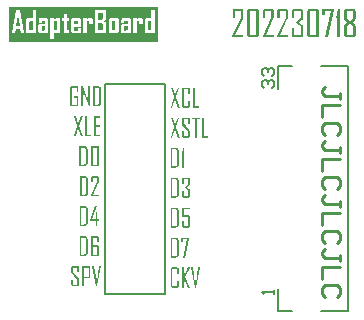
<source format=gto>
G04*
G04 #@! TF.GenerationSoftware,Altium Limited,Altium Designer,21.4.1 (30)*
G04*
G04 Layer_Color=65535*
%FSLAX25Y25*%
%MOIN*%
G70*
G04*
G04 #@! TF.SameCoordinates,6122799F-D76E-4B8B-AD8C-C151083860E1*
G04*
G04*
G04 #@! TF.FilePolarity,Positive*
G04*
G01*
G75*
%ADD10C,0.00787*%
%ADD11C,0.00600*%
%ADD12C,0.01000*%
G36*
X219568Y175859D02*
X219635Y175840D01*
X219712Y175821D01*
X219798Y175783D01*
X219874Y175735D01*
X219951Y175668D01*
X219960Y175659D01*
X219979Y175630D01*
X220018Y175592D01*
X220056Y175534D01*
X220085Y175467D01*
X220123Y175381D01*
X220142Y175276D01*
X220151Y175171D01*
Y172915D01*
Y172905D01*
Y172896D01*
X220142Y172838D01*
X220132Y172762D01*
X220104Y172657D01*
X220065Y172552D01*
X219999Y172427D01*
X219912Y172322D01*
X219798Y172217D01*
X218679Y171433D01*
X219807Y170649D01*
X219826Y170640D01*
X219865Y170601D01*
X219922Y170544D01*
X219989Y170467D01*
X220056Y170362D01*
X220113Y170238D01*
X220151Y170095D01*
X220171Y169932D01*
Y167188D01*
Y167179D01*
Y167140D01*
X220161Y167083D01*
X220142Y167016D01*
X220123Y166930D01*
X220085Y166854D01*
X220037Y166768D01*
X219970Y166691D01*
X219960Y166682D01*
X219932Y166663D01*
X219893Y166634D01*
X219836Y166596D01*
X219769Y166557D01*
X219683Y166529D01*
X219578Y166510D01*
X219473Y166500D01*
X217064D01*
X217006Y166510D01*
X216939Y166529D01*
X216853Y166548D01*
X216777Y166577D01*
X216691Y166624D01*
X216614Y166691D01*
X216605Y166701D01*
X216586Y166729D01*
X216557Y166768D01*
X216519Y166825D01*
X216480Y166902D01*
X216452Y166978D01*
X216433Y167083D01*
X216423Y167188D01*
Y169540D01*
X217255D01*
Y167236D01*
X219329D01*
Y170095D01*
X217675Y171337D01*
Y171519D01*
X219310Y172743D01*
Y175133D01*
X217264D01*
Y173029D01*
X216433D01*
Y175171D01*
Y175180D01*
Y175219D01*
X216442Y175276D01*
X216461Y175353D01*
X216480Y175429D01*
X216509Y175505D01*
X216557Y175592D01*
X216624Y175668D01*
X216633Y175678D01*
X216662Y175697D01*
X216700Y175735D01*
X216758Y175773D01*
X216834Y175802D01*
X216920Y175840D01*
X217016Y175859D01*
X217121Y175869D01*
X219511D01*
X219568Y175859D01*
D02*
G37*
G36*
X237044Y175859D02*
X237111Y175840D01*
X237187Y175821D01*
X237273Y175783D01*
X237350Y175735D01*
X237426Y175668D01*
X237436Y175659D01*
X237455Y175630D01*
X237484Y175592D01*
X237522Y175534D01*
X237560Y175467D01*
X237589Y175381D01*
X237608Y175276D01*
X237618Y175171D01*
Y172552D01*
Y172532D01*
Y172485D01*
X237598Y172408D01*
X237579Y172322D01*
X237541Y172226D01*
X237484Y172121D01*
X237407Y172026D01*
X237302Y171949D01*
X236423Y171395D01*
X237321Y170812D01*
X237331Y170802D01*
X237369Y170773D01*
X237426Y170726D01*
X237484Y170659D01*
X237541Y170573D01*
X237598Y170467D01*
X237637Y170343D01*
X237646Y170200D01*
Y167188D01*
Y167179D01*
Y167140D01*
X237637Y167083D01*
X237618Y167016D01*
X237598Y166930D01*
X237560Y166854D01*
X237512Y166768D01*
X237445Y166691D01*
X237436Y166682D01*
X237407Y166663D01*
X237369Y166634D01*
X237312Y166596D01*
X237235Y166557D01*
X237149Y166529D01*
X237053Y166510D01*
X236948Y166500D01*
X234482D01*
X234424Y166510D01*
X234358Y166529D01*
X234272Y166548D01*
X234195Y166577D01*
X234109Y166624D01*
X234033Y166691D01*
X234023Y166701D01*
X234004Y166729D01*
X233975Y166768D01*
X233937Y166825D01*
X233899Y166902D01*
X233870Y166978D01*
X233851Y167083D01*
X233841Y167188D01*
Y170200D01*
Y170209D01*
Y170219D01*
X233851Y170267D01*
X233860Y170343D01*
X233880Y170429D01*
X233918Y170534D01*
X233966Y170630D01*
X234042Y170726D01*
X234138Y170812D01*
X235055Y171395D01*
X234166Y171949D01*
X234157Y171959D01*
X234119Y171987D01*
X234071Y172035D01*
X234013Y172093D01*
X233956Y172179D01*
X233908Y172284D01*
X233870Y172408D01*
X233860Y172552D01*
Y175171D01*
Y175180D01*
Y175219D01*
X233870Y175276D01*
X233889Y175353D01*
X233908Y175429D01*
X233937Y175505D01*
X233985Y175592D01*
X234052Y175668D01*
X234061Y175678D01*
X234090Y175697D01*
X234128Y175735D01*
X234195Y175773D01*
X234262Y175802D01*
X234348Y175840D01*
X234453Y175859D01*
X234558Y175869D01*
X236987D01*
X237044Y175859D01*
D02*
G37*
G36*
X232302Y166500D02*
X231461D01*
Y173001D01*
X231098D01*
Y173029D01*
X231623Y175869D01*
X232302D01*
Y166500D01*
D02*
G37*
G36*
X230314Y175850D02*
Y175802D01*
Y175725D01*
Y175649D01*
Y175573D01*
Y175496D01*
Y175448D01*
Y175439D01*
Y175429D01*
X228306Y166500D01*
X227484D01*
X229434Y175133D01*
X227436D01*
Y173756D01*
X226604D01*
Y175869D01*
X230314D01*
Y175850D01*
D02*
G37*
G36*
X224826Y175859D02*
X224893Y175840D01*
X224970Y175821D01*
X225056Y175783D01*
X225142Y175735D01*
X225218Y175668D01*
X225228Y175659D01*
X225247Y175630D01*
X225285Y175592D01*
X225323Y175534D01*
X225352Y175467D01*
X225390Y175381D01*
X225409Y175276D01*
X225419Y175171D01*
Y167188D01*
Y167179D01*
Y167140D01*
X225409Y167083D01*
X225390Y167016D01*
X225371Y166930D01*
X225333Y166854D01*
X225285Y166768D01*
X225218Y166691D01*
X225209Y166682D01*
X225180Y166663D01*
X225142Y166634D01*
X225084Y166596D01*
X225008Y166557D01*
X224922Y166529D01*
X224826Y166510D01*
X224721Y166500D01*
X222235D01*
X222178Y166510D01*
X222111Y166529D01*
X222025Y166548D01*
X221949Y166577D01*
X221863Y166624D01*
X221786Y166691D01*
X221777Y166701D01*
X221758Y166729D01*
X221729Y166768D01*
X221691Y166825D01*
X221652Y166902D01*
X221624Y166978D01*
X221605Y167083D01*
X221595Y167188D01*
Y175171D01*
Y175180D01*
Y175219D01*
X221605Y175276D01*
X221624Y175353D01*
X221643Y175429D01*
X221672Y175505D01*
X221719Y175592D01*
X221786Y175668D01*
X221796Y175678D01*
X221824Y175697D01*
X221863Y175735D01*
X221920Y175773D01*
X221996Y175802D01*
X222073Y175840D01*
X222178Y175859D01*
X222283Y175869D01*
X224769D01*
X224826Y175859D01*
D02*
G37*
G36*
X214530D02*
X214607Y175840D01*
X214683Y175821D01*
X214760Y175783D01*
X214846Y175735D01*
X214922Y175668D01*
X214932Y175659D01*
X214951Y175630D01*
X214989Y175592D01*
X215027Y175534D01*
X215056Y175467D01*
X215094Y175381D01*
X215113Y175276D01*
X215123Y175171D01*
Y173211D01*
Y173192D01*
Y173154D01*
X215113Y173077D01*
X215094Y172982D01*
X215066Y172857D01*
X215027Y172724D01*
X214970Y172561D01*
X214893Y172398D01*
X212408Y167236D01*
X215132D01*
Y166500D01*
X211404D01*
Y166940D01*
X214282Y172896D01*
Y175133D01*
X212370D01*
Y173020D01*
X211528D01*
Y175171D01*
Y175180D01*
Y175219D01*
X211538Y175276D01*
X211557Y175353D01*
X211576Y175429D01*
X211605Y175505D01*
X211653Y175592D01*
X211719Y175668D01*
X211729Y175678D01*
X211758Y175697D01*
X211796Y175735D01*
X211853Y175773D01*
X211930Y175802D01*
X212006Y175840D01*
X212111Y175859D01*
X212217Y175869D01*
X214473D01*
X214530Y175859D01*
D02*
G37*
G36*
X209741D02*
X209817Y175840D01*
X209894Y175821D01*
X209970Y175783D01*
X210056Y175735D01*
X210133Y175668D01*
X210142Y175659D01*
X210161Y175630D01*
X210199Y175592D01*
X210238Y175534D01*
X210266Y175467D01*
X210305Y175381D01*
X210324Y175276D01*
X210333Y175171D01*
Y173211D01*
Y173192D01*
Y173154D01*
X210324Y173077D01*
X210305Y172982D01*
X210276Y172857D01*
X210238Y172724D01*
X210180Y172561D01*
X210104Y172398D01*
X207618Y167236D01*
X210343D01*
Y166500D01*
X206614D01*
Y166940D01*
X209492Y172896D01*
Y175133D01*
X207580D01*
Y173020D01*
X206739D01*
Y175171D01*
Y175180D01*
Y175219D01*
X206748Y175276D01*
X206767Y175353D01*
X206787Y175429D01*
X206815Y175505D01*
X206863Y175592D01*
X206930Y175668D01*
X206940Y175678D01*
X206968Y175697D01*
X207006Y175735D01*
X207064Y175773D01*
X207140Y175802D01*
X207217Y175840D01*
X207322Y175859D01*
X207427Y175869D01*
X209683D01*
X209741Y175859D01*
D02*
G37*
G36*
X204750D02*
X204817Y175840D01*
X204894Y175821D01*
X204980Y175783D01*
X205066Y175735D01*
X205142Y175668D01*
X205152Y175659D01*
X205171Y175630D01*
X205209Y175592D01*
X205247Y175534D01*
X205276Y175467D01*
X205314Y175381D01*
X205333Y175276D01*
X205343Y175171D01*
Y167188D01*
Y167179D01*
Y167140D01*
X205333Y167083D01*
X205314Y167016D01*
X205295Y166930D01*
X205257Y166854D01*
X205209Y166768D01*
X205142Y166691D01*
X205133Y166682D01*
X205104Y166663D01*
X205066Y166634D01*
X205008Y166596D01*
X204932Y166557D01*
X204846Y166529D01*
X204750Y166510D01*
X204645Y166500D01*
X202160D01*
X202102Y166510D01*
X202035Y166529D01*
X201949Y166548D01*
X201873Y166577D01*
X201787Y166624D01*
X201710Y166691D01*
X201701Y166701D01*
X201681Y166729D01*
X201653Y166768D01*
X201615Y166825D01*
X201576Y166902D01*
X201548Y166978D01*
X201529Y167083D01*
X201519Y167188D01*
Y175171D01*
Y175180D01*
Y175219D01*
X201529Y175276D01*
X201548Y175353D01*
X201567Y175429D01*
X201595Y175505D01*
X201643Y175592D01*
X201710Y175668D01*
X201720Y175678D01*
X201748Y175697D01*
X201787Y175735D01*
X201844Y175773D01*
X201921Y175802D01*
X201997Y175840D01*
X202102Y175859D01*
X202207Y175869D01*
X204693D01*
X204750Y175859D01*
D02*
G37*
G36*
X199626D02*
X199703Y175840D01*
X199779Y175821D01*
X199856Y175783D01*
X199942Y175735D01*
X200018Y175668D01*
X200028Y175659D01*
X200047Y175630D01*
X200085Y175592D01*
X200123Y175534D01*
X200152Y175467D01*
X200190Y175381D01*
X200209Y175276D01*
X200219Y175171D01*
Y173211D01*
Y173192D01*
Y173154D01*
X200209Y173077D01*
X200190Y172982D01*
X200162Y172857D01*
X200123Y172724D01*
X200066Y172561D01*
X199989Y172398D01*
X197504Y167236D01*
X200228D01*
Y166500D01*
X196500D01*
Y166940D01*
X199378Y172896D01*
Y175133D01*
X197466D01*
Y173020D01*
X196624D01*
Y175171D01*
Y175180D01*
Y175219D01*
X196634Y175276D01*
X196653Y175353D01*
X196672Y175429D01*
X196701Y175505D01*
X196749Y175592D01*
X196816Y175668D01*
X196825Y175678D01*
X196854Y175697D01*
X196892Y175735D01*
X196949Y175773D01*
X197026Y175802D01*
X197102Y175840D01*
X197207Y175859D01*
X197313Y175869D01*
X199569D01*
X199626Y175859D01*
D02*
G37*
G36*
X171627Y165000D02*
X122000D01*
Y176546D01*
X171627D01*
Y165000D01*
D02*
G37*
G36*
X178261Y89707D02*
X178308Y89693D01*
X178363Y89680D01*
X178425Y89652D01*
X178486Y89618D01*
X178541Y89570D01*
X178548Y89564D01*
X178561Y89543D01*
X178589Y89516D01*
X178616Y89475D01*
X178636Y89427D01*
X178664Y89366D01*
X178677Y89290D01*
X178684Y89215D01*
Y87678D01*
X178083D01*
Y89188D01*
X176594D01*
Y83546D01*
X178083D01*
Y85192D01*
X178684D01*
Y83512D01*
Y83505D01*
Y83478D01*
X178677Y83437D01*
X178664Y83389D01*
X178650Y83328D01*
X178623Y83273D01*
X178589Y83212D01*
X178541Y83157D01*
X178534Y83150D01*
X178513Y83137D01*
X178486Y83116D01*
X178445Y83089D01*
X178391Y83061D01*
X178329Y83041D01*
X178261Y83027D01*
X178186Y83021D01*
X176458D01*
X176417Y83027D01*
X176369Y83041D01*
X176307Y83055D01*
X176253Y83075D01*
X176191Y83109D01*
X176137Y83157D01*
X176130Y83164D01*
X176116Y83184D01*
X176096Y83212D01*
X176068Y83253D01*
X176041Y83307D01*
X176021Y83362D01*
X176007Y83437D01*
X176000Y83512D01*
Y89215D01*
Y89222D01*
Y89249D01*
X176007Y89290D01*
X176021Y89345D01*
X176034Y89400D01*
X176055Y89454D01*
X176089Y89516D01*
X176137Y89570D01*
X176143Y89577D01*
X176164Y89591D01*
X176191Y89618D01*
X176232Y89646D01*
X176287Y89666D01*
X176341Y89693D01*
X176417Y89707D01*
X176492Y89714D01*
X178220D01*
X178261Y89707D01*
D02*
G37*
G36*
X182366Y89673D02*
X180849Y86483D01*
X182516Y83021D01*
X181860D01*
X180317Y86231D01*
Y83021D01*
X179722D01*
Y89714D01*
X180317D01*
Y86702D01*
X181717Y89714D01*
X182366D01*
Y89673D01*
D02*
G37*
G36*
X184551Y83000D02*
X183991D01*
X182830Y89714D01*
X183417D01*
X184251Y84373D01*
Y84366D01*
Y84352D01*
Y84318D01*
X184257Y84270D01*
Y84236D01*
Y84188D01*
X184264Y84141D01*
Y84086D01*
X184271Y84018D01*
Y83970D01*
X184278Y84004D01*
Y84052D01*
X184285Y84113D01*
X184292Y84182D01*
X184299Y84270D01*
X184305Y84373D01*
X185138Y89714D01*
X185712D01*
X184551Y83000D01*
D02*
G37*
G36*
X182229Y99680D02*
Y99646D01*
Y99591D01*
Y99536D01*
Y99482D01*
Y99427D01*
Y99393D01*
Y99386D01*
Y99379D01*
X180795Y93000D01*
X180207D01*
X181601Y99168D01*
X180173D01*
Y98184D01*
X179579D01*
Y99693D01*
X182229D01*
Y99680D01*
D02*
G37*
G36*
X177619Y99687D02*
X177666D01*
X177714Y99673D01*
X177837Y99652D01*
X177981Y99611D01*
X178124Y99550D01*
X178199Y99509D01*
X178274Y99468D01*
X178343Y99413D01*
X178411Y99352D01*
X178418Y99345D01*
X178425Y99338D01*
X178445Y99318D01*
X178466Y99290D01*
X178493Y99256D01*
X178520Y99215D01*
X178589Y99113D01*
X178650Y98990D01*
X178705Y98840D01*
X178746Y98669D01*
X178753Y98573D01*
X178759Y98478D01*
Y94209D01*
Y94202D01*
Y94188D01*
Y94161D01*
X178753Y94120D01*
X178746Y94072D01*
X178739Y94024D01*
X178718Y93902D01*
X178671Y93765D01*
X178609Y93615D01*
X178568Y93540D01*
X178520Y93471D01*
X178466Y93403D01*
X178404Y93335D01*
X178397Y93328D01*
X178391Y93321D01*
X178370Y93307D01*
X178343Y93280D01*
X178308Y93260D01*
X178268Y93232D01*
X178165Y93171D01*
X178035Y93109D01*
X177892Y93055D01*
X177721Y93014D01*
X177626Y93007D01*
X177530Y93000D01*
X176000D01*
Y99693D01*
X177585D01*
X177619Y99687D01*
D02*
G37*
G36*
X182325Y109168D02*
X180460D01*
X180392Y107201D01*
X181915D01*
X181956Y107194D01*
X182010Y107187D01*
X182065Y107166D01*
X182120Y107146D01*
X182181Y107112D01*
X182236Y107064D01*
X182243Y107057D01*
X182256Y107036D01*
X182284Y107009D01*
X182311Y106968D01*
X182331Y106920D01*
X182359Y106866D01*
X182372Y106798D01*
X182379Y106722D01*
Y103492D01*
Y103485D01*
Y103458D01*
X182372Y103417D01*
X182359Y103369D01*
X182345Y103307D01*
X182318Y103253D01*
X182284Y103191D01*
X182236Y103137D01*
X182229Y103130D01*
X182209Y103116D01*
X182181Y103096D01*
X182140Y103068D01*
X182092Y103041D01*
X182031Y103021D01*
X181956Y103007D01*
X181881Y103000D01*
X180248D01*
X180207Y103007D01*
X180159Y103021D01*
X180098Y103034D01*
X180043Y103055D01*
X179982Y103089D01*
X179927Y103137D01*
X179920Y103143D01*
X179907Y103164D01*
X179886Y103191D01*
X179859Y103232D01*
X179832Y103287D01*
X179811Y103341D01*
X179797Y103417D01*
X179791Y103492D01*
Y105165D01*
X180385D01*
Y103526D01*
X181785D01*
Y106675D01*
X179811D01*
X179886Y109693D01*
X182325D01*
Y109168D01*
D02*
G37*
G36*
X177619Y109687D02*
X177666D01*
X177714Y109673D01*
X177837Y109652D01*
X177981Y109611D01*
X178124Y109550D01*
X178199Y109509D01*
X178274Y109468D01*
X178343Y109413D01*
X178411Y109352D01*
X178418Y109345D01*
X178425Y109338D01*
X178445Y109318D01*
X178466Y109290D01*
X178493Y109256D01*
X178520Y109215D01*
X178589Y109113D01*
X178650Y108990D01*
X178705Y108840D01*
X178746Y108669D01*
X178753Y108573D01*
X178759Y108478D01*
Y104209D01*
Y104202D01*
Y104188D01*
Y104161D01*
X178753Y104120D01*
X178746Y104072D01*
X178739Y104025D01*
X178718Y103902D01*
X178671Y103765D01*
X178609Y103615D01*
X178568Y103540D01*
X178520Y103471D01*
X178466Y103403D01*
X178404Y103335D01*
X178397Y103328D01*
X178391Y103321D01*
X178370Y103307D01*
X178343Y103280D01*
X178308Y103260D01*
X178268Y103232D01*
X178165Y103171D01*
X178035Y103109D01*
X177892Y103055D01*
X177721Y103014D01*
X177626Y103007D01*
X177530Y103000D01*
X176000D01*
Y109693D01*
X177585D01*
X177619Y109687D01*
D02*
G37*
G36*
X182051Y119687D02*
X182099Y119673D01*
X182154Y119659D01*
X182215Y119632D01*
X182270Y119598D01*
X182325Y119550D01*
X182331Y119543D01*
X182345Y119523D01*
X182372Y119495D01*
X182400Y119454D01*
X182420Y119406D01*
X182448Y119345D01*
X182461Y119270D01*
X182468Y119195D01*
Y117583D01*
Y117576D01*
Y117569D01*
X182461Y117528D01*
X182454Y117474D01*
X182434Y117399D01*
X182406Y117323D01*
X182359Y117235D01*
X182297Y117159D01*
X182215Y117084D01*
X181416Y116524D01*
X182222Y115964D01*
X182236Y115957D01*
X182263Y115930D01*
X182304Y115889D01*
X182352Y115834D01*
X182400Y115759D01*
X182441Y115671D01*
X182468Y115568D01*
X182482Y115452D01*
Y113492D01*
Y113485D01*
Y113458D01*
X182475Y113417D01*
X182461Y113369D01*
X182448Y113307D01*
X182420Y113253D01*
X182386Y113191D01*
X182338Y113137D01*
X182331Y113130D01*
X182311Y113116D01*
X182284Y113096D01*
X182243Y113068D01*
X182195Y113041D01*
X182133Y113021D01*
X182058Y113007D01*
X181983Y113000D01*
X180262D01*
X180221Y113007D01*
X180173Y113021D01*
X180112Y113034D01*
X180057Y113055D01*
X179996Y113089D01*
X179941Y113137D01*
X179934Y113143D01*
X179920Y113164D01*
X179900Y113191D01*
X179873Y113232D01*
X179845Y113287D01*
X179825Y113341D01*
X179811Y113417D01*
X179804Y113492D01*
Y115172D01*
X180398D01*
Y113526D01*
X181881D01*
Y115568D01*
X180699Y116456D01*
Y116586D01*
X181867Y117460D01*
Y119167D01*
X180405D01*
Y117665D01*
X179811D01*
Y119195D01*
Y119202D01*
Y119229D01*
X179818Y119270D01*
X179832Y119325D01*
X179845Y119379D01*
X179866Y119434D01*
X179900Y119495D01*
X179948Y119550D01*
X179955Y119557D01*
X179975Y119571D01*
X180002Y119598D01*
X180043Y119625D01*
X180098Y119646D01*
X180159Y119673D01*
X180228Y119687D01*
X180303Y119693D01*
X182010D01*
X182051Y119687D01*
D02*
G37*
G36*
X177619D02*
X177666D01*
X177714Y119673D01*
X177837Y119652D01*
X177981Y119611D01*
X178124Y119550D01*
X178199Y119509D01*
X178274Y119468D01*
X178343Y119413D01*
X178411Y119352D01*
X178418Y119345D01*
X178425Y119338D01*
X178445Y119318D01*
X178466Y119290D01*
X178493Y119256D01*
X178520Y119215D01*
X178589Y119113D01*
X178650Y118990D01*
X178705Y118840D01*
X178746Y118669D01*
X178753Y118573D01*
X178759Y118478D01*
Y114209D01*
Y114202D01*
Y114188D01*
Y114161D01*
X178753Y114120D01*
X178746Y114072D01*
X178739Y114024D01*
X178718Y113902D01*
X178671Y113765D01*
X178609Y113615D01*
X178568Y113540D01*
X178520Y113471D01*
X178466Y113403D01*
X178404Y113335D01*
X178397Y113328D01*
X178391Y113321D01*
X178370Y113307D01*
X178343Y113280D01*
X178308Y113259D01*
X178268Y113232D01*
X178165Y113171D01*
X178035Y113109D01*
X177892Y113055D01*
X177721Y113014D01*
X177626Y113007D01*
X177530Y113000D01*
X176000D01*
Y119693D01*
X177585D01*
X177619Y119687D01*
D02*
G37*
G36*
X180474Y123000D02*
X179873D01*
Y127644D01*
X179613D01*
Y127665D01*
X179989Y129693D01*
X180474D01*
Y123000D01*
D02*
G37*
G36*
X177619Y129687D02*
X177666D01*
X177714Y129673D01*
X177837Y129652D01*
X177981Y129611D01*
X178124Y129550D01*
X178199Y129509D01*
X178274Y129468D01*
X178343Y129413D01*
X178411Y129352D01*
X178418Y129345D01*
X178425Y129338D01*
X178445Y129318D01*
X178466Y129290D01*
X178493Y129256D01*
X178520Y129215D01*
X178589Y129113D01*
X178650Y128990D01*
X178705Y128840D01*
X178746Y128669D01*
X178753Y128573D01*
X178759Y128478D01*
Y124209D01*
Y124202D01*
Y124188D01*
Y124161D01*
X178753Y124120D01*
X178746Y124072D01*
X178739Y124024D01*
X178718Y123902D01*
X178671Y123765D01*
X178609Y123615D01*
X178568Y123540D01*
X178520Y123471D01*
X178466Y123403D01*
X178404Y123335D01*
X178397Y123328D01*
X178391Y123321D01*
X178370Y123307D01*
X178343Y123280D01*
X178308Y123259D01*
X178268Y123232D01*
X178165Y123171D01*
X178035Y123109D01*
X177892Y123055D01*
X177721Y123014D01*
X177626Y123007D01*
X177530Y123000D01*
X176000D01*
Y129693D01*
X177585D01*
X177619Y129687D01*
D02*
G37*
G36*
X181901Y139687D02*
X181956Y139673D01*
X182010Y139659D01*
X182065Y139632D01*
X182126Y139598D01*
X182181Y139550D01*
X182188Y139543D01*
X182202Y139523D01*
X182229Y139495D01*
X182256Y139454D01*
X182277Y139407D01*
X182304Y139345D01*
X182318Y139270D01*
X182325Y139195D01*
Y137665D01*
X181730D01*
Y139167D01*
X180282D01*
Y137754D01*
X182140Y135520D01*
X182147Y135513D01*
X182167Y135479D01*
X182202Y135432D01*
X182236Y135377D01*
X182263Y135302D01*
X182297Y135213D01*
X182318Y135124D01*
X182325Y135022D01*
Y133492D01*
Y133485D01*
Y133458D01*
X182318Y133417D01*
X182304Y133369D01*
X182290Y133307D01*
X182263Y133253D01*
X182229Y133191D01*
X182181Y133137D01*
X182174Y133130D01*
X182154Y133116D01*
X182126Y133096D01*
X182086Y133068D01*
X182038Y133041D01*
X181976Y133020D01*
X181901Y133007D01*
X181826Y133000D01*
X180146D01*
X180105Y133007D01*
X180057Y133020D01*
X179996Y133034D01*
X179941Y133055D01*
X179879Y133089D01*
X179825Y133137D01*
X179818Y133143D01*
X179804Y133164D01*
X179784Y133191D01*
X179756Y133232D01*
X179729Y133287D01*
X179709Y133342D01*
X179695Y133417D01*
X179688Y133492D01*
Y135172D01*
X180282D01*
Y133526D01*
X181730D01*
Y135117D01*
X179879Y137351D01*
X179873Y137364D01*
X179852Y137392D01*
X179818Y137440D01*
X179784Y137501D01*
X179750Y137576D01*
X179716Y137665D01*
X179695Y137760D01*
X179688Y137863D01*
Y139195D01*
Y139202D01*
Y139229D01*
X179695Y139270D01*
X179709Y139325D01*
X179722Y139379D01*
X179743Y139434D01*
X179777Y139495D01*
X179825Y139550D01*
X179832Y139557D01*
X179852Y139570D01*
X179879Y139598D01*
X179920Y139625D01*
X179975Y139646D01*
X180030Y139673D01*
X180105Y139687D01*
X180180Y139693D01*
X181860D01*
X181901Y139687D01*
D02*
G37*
G36*
X178930D02*
Y139673D01*
Y139659D01*
Y139652D01*
X177817Y136456D01*
X177824Y136449D01*
X177830Y136415D01*
X177844Y136374D01*
X177871Y136306D01*
X177892Y136231D01*
X177926Y136142D01*
X177960Y136032D01*
X178001Y135916D01*
X178049Y135793D01*
X178090Y135657D01*
X178145Y135513D01*
X178192Y135363D01*
X178302Y135056D01*
X178411Y134735D01*
X178520Y134414D01*
X178630Y134100D01*
X178677Y133949D01*
X178725Y133806D01*
X178773Y133669D01*
X178814Y133546D01*
X178855Y133430D01*
X178889Y133321D01*
X178923Y133232D01*
X178951Y133150D01*
X178971Y133089D01*
X178985Y133041D01*
X178998Y133014D01*
Y133000D01*
X178384D01*
X177489Y135746D01*
X176594Y133000D01*
X176000D01*
Y133007D01*
Y133014D01*
Y133027D01*
Y133034D01*
X177195Y136422D01*
Y136429D01*
X177182Y136456D01*
X177168Y136504D01*
X177147Y136558D01*
X177120Y136634D01*
X177093Y136722D01*
X177059Y136818D01*
X177018Y136927D01*
X176977Y137050D01*
X176936Y137180D01*
X176888Y137310D01*
X176840Y137453D01*
X176738Y137747D01*
X176628Y138047D01*
X176526Y138355D01*
X176424Y138648D01*
X176376Y138792D01*
X176328Y138928D01*
X176280Y139051D01*
X176239Y139174D01*
X176205Y139284D01*
X176171Y139386D01*
X176143Y139475D01*
X176116Y139550D01*
X176096Y139605D01*
X176082Y139652D01*
X176068Y139680D01*
Y139693D01*
X176690D01*
X177496Y137153D01*
X178336Y139693D01*
X178930D01*
Y139687D01*
D02*
G37*
G36*
X186969Y133526D02*
X188513D01*
Y133000D01*
X186375D01*
Y139693D01*
X186969D01*
Y133526D01*
D02*
G37*
G36*
X185678Y139167D02*
X184640D01*
Y133000D01*
X184046D01*
Y139167D01*
X183001D01*
Y139693D01*
X185678D01*
Y139167D01*
D02*
G37*
G36*
X181969Y149687D02*
X182017Y149673D01*
X182072Y149659D01*
X182133Y149632D01*
X182195Y149598D01*
X182249Y149550D01*
X182256Y149543D01*
X182270Y149523D01*
X182297Y149495D01*
X182325Y149454D01*
X182345Y149407D01*
X182372Y149345D01*
X182386Y149270D01*
X182393Y149195D01*
Y147658D01*
X181792D01*
Y149168D01*
X180303D01*
Y143526D01*
X181792D01*
Y145172D01*
X182393D01*
Y143492D01*
Y143485D01*
Y143458D01*
X182386Y143417D01*
X182372Y143369D01*
X182359Y143307D01*
X182331Y143253D01*
X182297Y143191D01*
X182249Y143137D01*
X182243Y143130D01*
X182222Y143116D01*
X182195Y143096D01*
X182154Y143068D01*
X182099Y143041D01*
X182038Y143020D01*
X181969Y143007D01*
X181894Y143000D01*
X180166D01*
X180125Y143007D01*
X180078Y143020D01*
X180016Y143034D01*
X179961Y143055D01*
X179900Y143089D01*
X179845Y143137D01*
X179839Y143143D01*
X179825Y143164D01*
X179804Y143191D01*
X179777Y143232D01*
X179750Y143287D01*
X179729Y143342D01*
X179716Y143417D01*
X179709Y143492D01*
Y149195D01*
Y149202D01*
Y149229D01*
X179716Y149270D01*
X179729Y149325D01*
X179743Y149379D01*
X179763Y149434D01*
X179797Y149495D01*
X179845Y149550D01*
X179852Y149557D01*
X179873Y149571D01*
X179900Y149598D01*
X179941Y149625D01*
X179996Y149646D01*
X180050Y149673D01*
X180125Y149687D01*
X180201Y149693D01*
X181928D01*
X181969Y149687D01*
D02*
G37*
G36*
X178930D02*
Y149673D01*
Y149659D01*
Y149652D01*
X177817Y146456D01*
X177824Y146449D01*
X177830Y146415D01*
X177844Y146374D01*
X177871Y146306D01*
X177892Y146231D01*
X177926Y146142D01*
X177960Y146033D01*
X178001Y145916D01*
X178049Y145793D01*
X178090Y145657D01*
X178145Y145513D01*
X178192Y145363D01*
X178302Y145056D01*
X178411Y144735D01*
X178520Y144414D01*
X178630Y144100D01*
X178677Y143949D01*
X178725Y143806D01*
X178773Y143669D01*
X178814Y143546D01*
X178855Y143430D01*
X178889Y143321D01*
X178923Y143232D01*
X178951Y143150D01*
X178971Y143089D01*
X178985Y143041D01*
X178998Y143014D01*
Y143000D01*
X178384D01*
X177489Y145746D01*
X176594Y143000D01*
X176000D01*
Y143007D01*
Y143014D01*
Y143027D01*
Y143034D01*
X177195Y146422D01*
Y146429D01*
X177182Y146456D01*
X177168Y146504D01*
X177147Y146558D01*
X177120Y146634D01*
X177093Y146722D01*
X177059Y146818D01*
X177018Y146927D01*
X176977Y147050D01*
X176936Y147180D01*
X176888Y147310D01*
X176840Y147453D01*
X176738Y147747D01*
X176628Y148047D01*
X176526Y148355D01*
X176424Y148648D01*
X176376Y148792D01*
X176328Y148928D01*
X176280Y149051D01*
X176239Y149174D01*
X176205Y149284D01*
X176171Y149386D01*
X176143Y149475D01*
X176116Y149550D01*
X176096Y149605D01*
X176082Y149652D01*
X176068Y149680D01*
Y149693D01*
X176690D01*
X177496Y147153D01*
X178336Y149693D01*
X178930D01*
Y149687D01*
D02*
G37*
G36*
X184025Y143526D02*
X185569D01*
Y143000D01*
X183431D01*
Y149693D01*
X184025D01*
Y143526D01*
D02*
G37*
G36*
X145090Y90207D02*
X145144Y90193D01*
X145199Y90180D01*
X145254Y90152D01*
X145315Y90118D01*
X145370Y90070D01*
X145377Y90064D01*
X145390Y90043D01*
X145417Y90016D01*
X145445Y89975D01*
X145465Y89927D01*
X145493Y89866D01*
X145506Y89790D01*
X145513Y89715D01*
Y88185D01*
X144919D01*
Y89688D01*
X143471D01*
Y88274D01*
X145329Y86041D01*
X145335Y86034D01*
X145356Y86000D01*
X145390Y85952D01*
X145424Y85897D01*
X145452Y85822D01*
X145486Y85733D01*
X145506Y85645D01*
X145513Y85542D01*
Y84012D01*
Y84005D01*
Y83978D01*
X145506Y83937D01*
X145493Y83889D01*
X145479Y83828D01*
X145452Y83773D01*
X145417Y83712D01*
X145370Y83657D01*
X145363Y83650D01*
X145342Y83637D01*
X145315Y83616D01*
X145274Y83589D01*
X145226Y83561D01*
X145165Y83541D01*
X145090Y83527D01*
X145015Y83521D01*
X143334D01*
X143293Y83527D01*
X143246Y83541D01*
X143184Y83555D01*
X143129Y83575D01*
X143068Y83609D01*
X143013Y83657D01*
X143007Y83664D01*
X142993Y83684D01*
X142972Y83712D01*
X142945Y83753D01*
X142918Y83807D01*
X142897Y83862D01*
X142884Y83937D01*
X142877Y84012D01*
Y85692D01*
X143471D01*
Y84046D01*
X144919D01*
Y85638D01*
X143068Y87871D01*
X143061Y87885D01*
X143041Y87912D01*
X143007Y87960D01*
X142972Y88021D01*
X142938Y88097D01*
X142904Y88185D01*
X142884Y88281D01*
X142877Y88384D01*
Y89715D01*
Y89722D01*
Y89749D01*
X142884Y89790D01*
X142897Y89845D01*
X142911Y89900D01*
X142931Y89954D01*
X142965Y90016D01*
X143013Y90070D01*
X143020Y90077D01*
X143041Y90091D01*
X143068Y90118D01*
X143109Y90146D01*
X143164Y90166D01*
X143218Y90193D01*
X143293Y90207D01*
X143368Y90214D01*
X145049D01*
X145090Y90207D01*
D02*
G37*
G36*
X151605Y83500D02*
X151045D01*
X149884Y90214D01*
X150472D01*
X151305Y84873D01*
Y84866D01*
Y84852D01*
Y84818D01*
X151312Y84770D01*
Y84736D01*
Y84688D01*
X151319Y84641D01*
Y84586D01*
X151326Y84518D01*
Y84470D01*
X151332Y84504D01*
Y84552D01*
X151339Y84613D01*
X151346Y84682D01*
X151353Y84770D01*
X151360Y84873D01*
X152193Y90214D01*
X152767D01*
X151605Y83500D01*
D02*
G37*
G36*
X148785Y90207D02*
X148839Y90193D01*
X148894Y90180D01*
X148949Y90152D01*
X149010Y90118D01*
X149065Y90070D01*
X149072Y90064D01*
X149085Y90043D01*
X149112Y90016D01*
X149140Y89975D01*
X149160Y89927D01*
X149188Y89866D01*
X149201Y89790D01*
X149208Y89715D01*
Y86669D01*
Y86662D01*
Y86635D01*
X149201Y86594D01*
X149188Y86546D01*
X149174Y86485D01*
X149147Y86430D01*
X149112Y86369D01*
X149065Y86314D01*
X149058Y86307D01*
X149037Y86294D01*
X149010Y86273D01*
X148969Y86246D01*
X148921Y86218D01*
X148860Y86198D01*
X148785Y86184D01*
X148710Y86177D01*
X147152D01*
Y83521D01*
X146558D01*
Y90214D01*
X148744D01*
X148785Y90207D01*
D02*
G37*
G36*
X151634Y100187D02*
X151688Y100173D01*
X151743Y100159D01*
X151797Y100132D01*
X151859Y100098D01*
X151914Y100050D01*
X151920Y100043D01*
X151934Y100023D01*
X151961Y99995D01*
X151989Y99954D01*
X152009Y99906D01*
X152036Y99845D01*
X152050Y99770D01*
X152057Y99695D01*
Y98240D01*
X151463D01*
Y99668D01*
X150022D01*
Y97188D01*
X151613D01*
X151654Y97181D01*
X151709Y97168D01*
X151763Y97154D01*
X151818Y97127D01*
X151879Y97093D01*
X151934Y97045D01*
X151941Y97038D01*
X151954Y97017D01*
X151982Y96990D01*
X152009Y96949D01*
X152030Y96901D01*
X152057Y96840D01*
X152071Y96765D01*
X152077Y96690D01*
Y93992D01*
Y93985D01*
Y93958D01*
X152071Y93917D01*
X152057Y93869D01*
X152043Y93807D01*
X152016Y93753D01*
X151982Y93691D01*
X151934Y93637D01*
X151927Y93630D01*
X151907Y93616D01*
X151879Y93596D01*
X151838Y93568D01*
X151791Y93541D01*
X151729Y93520D01*
X151654Y93507D01*
X151579Y93500D01*
X149885D01*
X149844Y93507D01*
X149796Y93520D01*
X149735Y93534D01*
X149680Y93555D01*
X149619Y93589D01*
X149564Y93637D01*
X149557Y93643D01*
X149543Y93664D01*
X149523Y93691D01*
X149496Y93732D01*
X149468Y93787D01*
X149448Y93841D01*
X149434Y93917D01*
X149427Y93992D01*
Y99695D01*
Y99702D01*
Y99729D01*
X149434Y99770D01*
X149448Y99825D01*
X149462Y99879D01*
X149482Y99934D01*
X149516Y99995D01*
X149564Y100050D01*
X149571Y100057D01*
X149591Y100071D01*
X149619Y100098D01*
X149660Y100125D01*
X149714Y100146D01*
X149769Y100173D01*
X149844Y100187D01*
X149919Y100193D01*
X151593D01*
X151634Y100187D01*
D02*
G37*
G36*
X147242D02*
X147290D01*
X147337Y100173D01*
X147460Y100152D01*
X147604Y100111D01*
X147747Y100050D01*
X147822Y100009D01*
X147898Y99968D01*
X147966Y99913D01*
X148034Y99852D01*
X148041Y99845D01*
X148048Y99838D01*
X148068Y99818D01*
X148089Y99790D01*
X148116Y99756D01*
X148143Y99715D01*
X148212Y99613D01*
X148273Y99490D01*
X148328Y99340D01*
X148369Y99169D01*
X148376Y99073D01*
X148382Y98978D01*
Y94709D01*
Y94702D01*
Y94688D01*
Y94661D01*
X148376Y94620D01*
X148369Y94572D01*
X148362Y94525D01*
X148342Y94402D01*
X148294Y94265D01*
X148232Y94115D01*
X148191Y94040D01*
X148143Y93971D01*
X148089Y93903D01*
X148027Y93835D01*
X148021Y93828D01*
X148014Y93821D01*
X147993Y93807D01*
X147966Y93780D01*
X147932Y93760D01*
X147891Y93732D01*
X147788Y93671D01*
X147659Y93609D01*
X147515Y93555D01*
X147344Y93514D01*
X147249Y93507D01*
X147153Y93500D01*
X145623D01*
Y100193D01*
X147208D01*
X147242Y100187D01*
D02*
G37*
G36*
X151285Y110187D02*
Y110180D01*
Y110173D01*
Y110166D01*
X149742Y105747D01*
X150998D01*
Y108178D01*
X151558D01*
Y105747D01*
X152071D01*
Y105242D01*
X151558D01*
Y103500D01*
X150998D01*
Y105242D01*
X149106D01*
Y105542D01*
X150725Y110193D01*
X151285D01*
Y110187D01*
D02*
G37*
G36*
X147269D02*
X147317D01*
X147365Y110173D01*
X147488Y110152D01*
X147631Y110111D01*
X147775Y110050D01*
X147850Y110009D01*
X147925Y109968D01*
X147993Y109913D01*
X148061Y109852D01*
X148068Y109845D01*
X148075Y109838D01*
X148096Y109818D01*
X148116Y109790D01*
X148143Y109756D01*
X148171Y109715D01*
X148239Y109613D01*
X148301Y109490D01*
X148355Y109340D01*
X148396Y109169D01*
X148403Y109073D01*
X148410Y108978D01*
Y104709D01*
Y104702D01*
Y104688D01*
Y104661D01*
X148403Y104620D01*
X148396Y104572D01*
X148389Y104525D01*
X148369Y104402D01*
X148321Y104265D01*
X148259Y104115D01*
X148219Y104040D01*
X148171Y103971D01*
X148116Y103903D01*
X148055Y103835D01*
X148048Y103828D01*
X148041Y103821D01*
X148020Y103807D01*
X147993Y103780D01*
X147959Y103760D01*
X147918Y103732D01*
X147816Y103671D01*
X147686Y103609D01*
X147542Y103555D01*
X147372Y103514D01*
X147276Y103507D01*
X147180Y103500D01*
X145650D01*
Y110193D01*
X147235D01*
X147269Y110187D01*
D02*
G37*
G36*
X151617Y120187D02*
X151672Y120173D01*
X151726Y120159D01*
X151781Y120132D01*
X151842Y120098D01*
X151897Y120050D01*
X151904Y120043D01*
X151918Y120023D01*
X151945Y119995D01*
X151972Y119954D01*
X151993Y119906D01*
X152020Y119845D01*
X152034Y119770D01*
X152041Y119695D01*
Y118295D01*
Y118281D01*
Y118254D01*
X152034Y118199D01*
X152020Y118131D01*
X151999Y118042D01*
X151972Y117946D01*
X151931Y117830D01*
X151877Y117714D01*
X150101Y114026D01*
X152047D01*
Y113500D01*
X149384D01*
Y113814D01*
X151439Y118069D01*
Y119667D01*
X150074D01*
Y118158D01*
X149472D01*
Y119695D01*
Y119702D01*
Y119729D01*
X149479Y119770D01*
X149493Y119825D01*
X149507Y119879D01*
X149527Y119934D01*
X149561Y119995D01*
X149609Y120050D01*
X149616Y120057D01*
X149636Y120071D01*
X149664Y120098D01*
X149705Y120125D01*
X149759Y120146D01*
X149814Y120173D01*
X149889Y120187D01*
X149964Y120193D01*
X151576D01*
X151617Y120187D01*
D02*
G37*
G36*
X147362D02*
X147410D01*
X147458Y120173D01*
X147581Y120152D01*
X147724Y120111D01*
X147867Y120050D01*
X147942Y120009D01*
X148018Y119968D01*
X148086Y119913D01*
X148154Y119852D01*
X148161Y119845D01*
X148168Y119838D01*
X148188Y119818D01*
X148209Y119790D01*
X148236Y119756D01*
X148264Y119715D01*
X148332Y119613D01*
X148393Y119490D01*
X148448Y119340D01*
X148489Y119169D01*
X148496Y119073D01*
X148503Y118978D01*
Y114709D01*
Y114702D01*
Y114688D01*
Y114661D01*
X148496Y114620D01*
X148489Y114572D01*
X148482Y114524D01*
X148462Y114402D01*
X148414Y114265D01*
X148352Y114115D01*
X148311Y114040D01*
X148264Y113971D01*
X148209Y113903D01*
X148147Y113835D01*
X148141Y113828D01*
X148134Y113821D01*
X148113Y113807D01*
X148086Y113780D01*
X148052Y113760D01*
X148011Y113732D01*
X147908Y113671D01*
X147779Y113609D01*
X147635Y113555D01*
X147464Y113514D01*
X147369Y113507D01*
X147273Y113500D01*
X145743D01*
Y120193D01*
X147328D01*
X147362Y120187D01*
D02*
G37*
G36*
X151671Y130187D02*
X151718Y130173D01*
X151773Y130159D01*
X151834Y130132D01*
X151896Y130098D01*
X151951Y130050D01*
X151957Y130043D01*
X151971Y130023D01*
X151998Y129995D01*
X152026Y129954D01*
X152046Y129906D01*
X152073Y129845D01*
X152087Y129770D01*
X152094Y129695D01*
Y123992D01*
Y123985D01*
Y123958D01*
X152087Y123917D01*
X152073Y123869D01*
X152060Y123807D01*
X152032Y123753D01*
X151998Y123691D01*
X151951Y123637D01*
X151944Y123630D01*
X151923Y123616D01*
X151896Y123596D01*
X151855Y123568D01*
X151800Y123541D01*
X151739Y123521D01*
X151671Y123507D01*
X151595Y123500D01*
X149820D01*
X149778Y123507D01*
X149731Y123521D01*
X149669Y123534D01*
X149615Y123555D01*
X149553Y123589D01*
X149498Y123637D01*
X149492Y123643D01*
X149478Y123664D01*
X149458Y123691D01*
X149430Y123732D01*
X149403Y123787D01*
X149382Y123842D01*
X149369Y123917D01*
X149362Y123992D01*
Y129695D01*
Y129702D01*
Y129729D01*
X149369Y129770D01*
X149382Y129825D01*
X149396Y129879D01*
X149417Y129934D01*
X149451Y129995D01*
X149498Y130050D01*
X149505Y130057D01*
X149526Y130070D01*
X149553Y130098D01*
X149594Y130125D01*
X149649Y130146D01*
X149703Y130173D01*
X149778Y130187D01*
X149854Y130193D01*
X151629D01*
X151671Y130187D01*
D02*
G37*
G36*
X147176D02*
X147224D01*
X147272Y130173D01*
X147395Y130152D01*
X147538Y130111D01*
X147682Y130050D01*
X147757Y130009D01*
X147832Y129968D01*
X147900Y129913D01*
X147969Y129852D01*
X147975Y129845D01*
X147982Y129838D01*
X148003Y129818D01*
X148023Y129790D01*
X148050Y129756D01*
X148078Y129715D01*
X148146Y129613D01*
X148208Y129490D01*
X148262Y129340D01*
X148303Y129169D01*
X148310Y129073D01*
X148317Y128978D01*
Y124709D01*
Y124702D01*
Y124688D01*
Y124661D01*
X148310Y124620D01*
X148303Y124572D01*
X148296Y124524D01*
X148276Y124402D01*
X148228Y124265D01*
X148167Y124115D01*
X148126Y124040D01*
X148078Y123971D01*
X148023Y123903D01*
X147962Y123835D01*
X147955Y123828D01*
X147948Y123821D01*
X147928Y123807D01*
X147900Y123780D01*
X147866Y123759D01*
X147825Y123732D01*
X147723Y123671D01*
X147593Y123609D01*
X147450Y123555D01*
X147279Y123514D01*
X147183Y123507D01*
X147088Y123500D01*
X145558D01*
Y130193D01*
X147142D01*
X147176Y130187D01*
D02*
G37*
G36*
X146637Y140187D02*
Y140173D01*
Y140159D01*
Y140152D01*
X145523Y136956D01*
X145530Y136949D01*
X145537Y136915D01*
X145551Y136874D01*
X145578Y136806D01*
X145599Y136731D01*
X145633Y136642D01*
X145667Y136532D01*
X145708Y136416D01*
X145756Y136293D01*
X145797Y136157D01*
X145851Y136013D01*
X145899Y135863D01*
X146008Y135556D01*
X146118Y135235D01*
X146227Y134914D01*
X146336Y134600D01*
X146384Y134449D01*
X146432Y134306D01*
X146480Y134169D01*
X146521Y134046D01*
X146562Y133930D01*
X146596Y133821D01*
X146630Y133732D01*
X146657Y133650D01*
X146678Y133589D01*
X146691Y133541D01*
X146705Y133514D01*
Y133500D01*
X146090D01*
X145196Y136246D01*
X144301Y133500D01*
X143707D01*
Y133507D01*
Y133514D01*
Y133527D01*
Y133534D01*
X144902Y136922D01*
Y136929D01*
X144888Y136956D01*
X144875Y137004D01*
X144854Y137058D01*
X144827Y137134D01*
X144799Y137222D01*
X144765Y137318D01*
X144724Y137427D01*
X144683Y137550D01*
X144642Y137680D01*
X144595Y137810D01*
X144547Y137953D01*
X144444Y138247D01*
X144335Y138547D01*
X144233Y138855D01*
X144130Y139148D01*
X144082Y139292D01*
X144035Y139428D01*
X143987Y139551D01*
X143946Y139674D01*
X143912Y139784D01*
X143877Y139886D01*
X143850Y139975D01*
X143823Y140050D01*
X143802Y140105D01*
X143789Y140152D01*
X143775Y140180D01*
Y140193D01*
X144396D01*
X145202Y137653D01*
X146043Y140193D01*
X146637D01*
Y140187D01*
D02*
G37*
G36*
X152531Y139667D02*
X150960D01*
Y137168D01*
X152394D01*
Y136635D01*
X150960D01*
Y134026D01*
X152558D01*
Y133500D01*
X150366D01*
Y140193D01*
X152531D01*
Y139667D01*
D02*
G37*
G36*
X148010Y134026D02*
X149553D01*
Y133500D01*
X147415D01*
Y140193D01*
X148010D01*
Y134026D01*
D02*
G37*
G36*
X144788Y150187D02*
X144843Y150173D01*
X144897Y150159D01*
X144952Y150132D01*
X145013Y150098D01*
X145068Y150050D01*
X145075Y150043D01*
X145089Y150023D01*
X145116Y149995D01*
X145143Y149954D01*
X145164Y149907D01*
X145191Y149845D01*
X145205Y149770D01*
X145212Y149695D01*
Y148165D01*
X144611D01*
Y149668D01*
X143094D01*
Y144026D01*
X144611D01*
Y146341D01*
X143893D01*
Y146853D01*
X145212D01*
Y143992D01*
Y143985D01*
Y143958D01*
X145205Y143917D01*
X145191Y143869D01*
X145177Y143807D01*
X145150Y143753D01*
X145116Y143691D01*
X145068Y143637D01*
X145061Y143630D01*
X145041Y143616D01*
X145013Y143596D01*
X144973Y143568D01*
X144925Y143541D01*
X144863Y143520D01*
X144788Y143507D01*
X144713Y143500D01*
X142958D01*
X142917Y143507D01*
X142869Y143520D01*
X142807Y143534D01*
X142753Y143555D01*
X142691Y143589D01*
X142637Y143637D01*
X142630Y143643D01*
X142616Y143664D01*
X142596Y143691D01*
X142568Y143732D01*
X142541Y143787D01*
X142520Y143842D01*
X142507Y143917D01*
X142500Y143992D01*
Y149695D01*
Y149702D01*
Y149729D01*
X142507Y149770D01*
X142520Y149825D01*
X142534Y149879D01*
X142555Y149934D01*
X142589Y149995D01*
X142637Y150050D01*
X142643Y150057D01*
X142664Y150071D01*
X142691Y150098D01*
X142732Y150125D01*
X142787Y150146D01*
X142841Y150173D01*
X142917Y150187D01*
X142992Y150193D01*
X144747D01*
X144788Y150187D01*
D02*
G37*
G36*
X149030Y143500D02*
X148613D01*
X146830Y148418D01*
Y143500D01*
X146270D01*
Y150193D01*
X146714D01*
X148469Y145351D01*
Y150193D01*
X149030D01*
Y143500D01*
D02*
G37*
G36*
X151720Y150187D02*
X151768D01*
X151816Y150173D01*
X151939Y150152D01*
X152083Y150111D01*
X152226Y150050D01*
X152301Y150009D01*
X152376Y149968D01*
X152445Y149913D01*
X152513Y149852D01*
X152520Y149845D01*
X152526Y149838D01*
X152547Y149818D01*
X152567Y149790D01*
X152595Y149756D01*
X152622Y149715D01*
X152690Y149613D01*
X152752Y149490D01*
X152806Y149340D01*
X152848Y149169D01*
X152854Y149073D01*
X152861Y148978D01*
Y144709D01*
Y144702D01*
Y144688D01*
Y144661D01*
X152854Y144620D01*
X152848Y144572D01*
X152841Y144525D01*
X152820Y144402D01*
X152772Y144265D01*
X152711Y144115D01*
X152670Y144040D01*
X152622Y143971D01*
X152567Y143903D01*
X152506Y143835D01*
X152499Y143828D01*
X152492Y143821D01*
X152472Y143807D01*
X152445Y143780D01*
X152410Y143760D01*
X152369Y143732D01*
X152267Y143671D01*
X152137Y143609D01*
X151994Y143555D01*
X151823Y143514D01*
X151727Y143507D01*
X151632Y143500D01*
X150102D01*
Y150193D01*
X151686D01*
X151720Y150187D01*
D02*
G37*
%LPC*%
G36*
X236776Y175133D02*
X234692D01*
Y172437D01*
X235734Y171739D01*
X236776Y172437D01*
Y175133D01*
D02*
G37*
G36*
X235734Y171031D02*
X234673Y170324D01*
Y167236D01*
X236805D01*
Y170324D01*
X235734Y171031D01*
D02*
G37*
G36*
X224587Y175133D02*
X222427D01*
Y167236D01*
X224587D01*
Y175133D01*
D02*
G37*
G36*
X204511D02*
X202351D01*
Y167236D01*
X204511D01*
Y175133D01*
D02*
G37*
G36*
X170643Y175554D02*
X167313D01*
X169511D01*
Y172807D01*
X169404D01*
X169273Y172815D01*
X169019D01*
X168937Y172823D01*
X168707D01*
X168478Y172815D01*
X168281Y172807D01*
X168117Y172790D01*
X167986Y172766D01*
X167879Y172741D01*
X167805Y172725D01*
X167764Y172716D01*
X167748Y172708D01*
X167674Y172684D01*
X167609Y172651D01*
X167543Y172610D01*
X167494Y172569D01*
X167420Y172487D01*
X167371Y172405D01*
X167338Y172331D01*
X167322Y172266D01*
X167313Y172224D01*
Y168707D01*
X167322Y168551D01*
X167338Y168420D01*
X167363Y168297D01*
X167395Y168207D01*
X167420Y168124D01*
X167445Y168075D01*
X167461Y168034D01*
X167469Y168026D01*
X167535Y167944D01*
X167609Y167887D01*
X167682Y167838D01*
X167756Y167813D01*
X167822Y167797D01*
X167871Y167788D01*
X167904Y167780D01*
X167970D01*
X168035Y167788D01*
X168133Y167797D01*
X168240Y167813D01*
X168363Y167829D01*
X168502Y167846D01*
X168781Y167887D01*
X168921Y167903D01*
X169052Y167920D01*
X169175Y167936D01*
X169290Y167952D01*
X169380Y167969D01*
X169454Y167977D01*
X169495Y167985D01*
X169511D01*
Y167813D01*
X170643D01*
Y167780D01*
D01*
D01*
Y175554D01*
D02*
G37*
G36*
X131094Y175554D02*
X129962D01*
Y172807D01*
X129856D01*
X129725Y172815D01*
X129471D01*
X129388Y172823D01*
X129159D01*
X128929Y172815D01*
X128732Y172807D01*
X128568Y172790D01*
X128437Y172766D01*
X128331Y172741D01*
X128257Y172725D01*
X128216Y172716D01*
X128200Y172708D01*
X128126Y172684D01*
X128060Y172651D01*
X127995Y172610D01*
X127945Y172569D01*
X127872Y172487D01*
X127822Y172405D01*
X127789Y172331D01*
X127773Y172266D01*
X127765Y172224D01*
Y167780D01*
X131094D01*
Y175554D01*
D02*
G37*
G36*
X139269Y172823D02*
X135932D01*
X138540D01*
X138408Y172807D01*
X138277Y172799D01*
X138146Y172782D01*
X138031Y172766D01*
X137941Y172757D01*
X137908Y172749D01*
X137884Y172741D01*
X137859D01*
X137711Y172716D01*
X137564Y172692D01*
X137433Y172676D01*
X137310Y172659D01*
X137211Y172643D01*
X137129Y172626D01*
X137080Y172618D01*
X137064D01*
Y172807D01*
X135932D01*
Y165984D01*
X137064D01*
Y167813D01*
X137301D01*
X137359Y167805D01*
X137548D01*
X137629Y167797D01*
X137867D01*
X138097Y167805D01*
X138294Y167821D01*
X138458Y167854D01*
X138589Y167887D01*
X138696Y167911D01*
X138769Y167944D01*
X138810Y167960D01*
X138827Y167969D01*
X138900Y168018D01*
X138974Y168075D01*
X139032Y168133D01*
X139081Y168206D01*
X139155Y168346D01*
X139212Y168485D01*
X139245Y168616D01*
X139253Y168674D01*
X139261Y168723D01*
X139269Y168764D01*
Y167797D01*
Y172823D01*
D02*
G37*
G36*
X166092Y172823D02*
X165952D01*
X165837Y172807D01*
X165715Y172799D01*
X165608Y172782D01*
X165509Y172766D01*
X165436Y172757D01*
X165378Y172741D01*
X165362D01*
X165231Y172716D01*
X165108Y172692D01*
X164985Y172667D01*
X164878Y172651D01*
X164796Y172634D01*
X164722Y172618D01*
X164681Y172610D01*
X164665D01*
Y172807D01*
X163533D01*
Y167813D01*
X166682D01*
Y172216D01*
Y172208D01*
X166674Y172315D01*
X166657Y172413D01*
X166625Y172487D01*
X166584Y172561D01*
X166534Y172618D01*
X166485Y172667D01*
X166428Y172708D01*
X166370Y172741D01*
X166256Y172790D01*
X166165Y172815D01*
X166124D01*
X166092Y172823D01*
D02*
G37*
G36*
X150052Y172823D02*
X146904D01*
X149323D01*
X149208Y172807D01*
X149085Y172799D01*
X148978Y172782D01*
X148880Y172766D01*
X148806Y172757D01*
X148749Y172741D01*
X148732D01*
X148601Y172716D01*
X148478Y172692D01*
X148355Y172667D01*
X148249Y172651D01*
X148167Y172634D01*
X148093Y172618D01*
X148052Y172610D01*
X148035D01*
Y172807D01*
X146904D01*
Y167813D01*
X150052D01*
X148035D01*
Y171831D01*
X148929Y171855D01*
Y170724D01*
X150052D01*
Y172208D01*
X150044Y172315D01*
X150028Y172413D01*
X149995Y172487D01*
X149954Y172561D01*
X149905Y172618D01*
X149856Y172667D01*
X149798Y172708D01*
X149741Y172741D01*
X149626Y172790D01*
X149536Y172815D01*
X149495D01*
X149462Y172823D01*
X150052D01*
D02*
G37*
G36*
X158695Y172799D02*
D01*
Y172192D01*
X158687Y172298D01*
X158671Y172389D01*
X158638Y172470D01*
X158597Y172544D01*
X158548Y172602D01*
X158499Y172651D01*
X158441Y172692D01*
X158384Y172725D01*
X158269Y172766D01*
X158179Y172790D01*
X158138Y172799D01*
X156006D01*
X155899Y172790D01*
X155809Y172774D01*
X155727Y172741D01*
X155653Y172700D01*
X155596Y172659D01*
X155546Y172610D01*
X155505Y172553D01*
X155473Y172495D01*
X155432Y172380D01*
X155407Y172290D01*
Y172249D01*
X155399Y172216D01*
Y168420D01*
X155407Y168313D01*
X155423Y168223D01*
X155456Y168141D01*
X155497Y168067D01*
X155538Y168010D01*
X155587Y167961D01*
X155645Y167920D01*
X155702Y167887D01*
X155817Y167846D01*
X155907Y167821D01*
X155948D01*
X155981Y167813D01*
X155399D01*
D01*
X158695D01*
Y172799D01*
D02*
G37*
G36*
X135128Y172807D02*
D01*
Y172192D01*
X135120Y172298D01*
X135104Y172397D01*
X135071Y172470D01*
X135030Y172544D01*
X134981Y172602D01*
X134932Y172651D01*
X134874Y172692D01*
X134817Y172725D01*
X134702Y172774D01*
X134612Y172799D01*
X134571D01*
X134538Y172807D01*
X132496D01*
X132398Y172799D01*
X132316Y172782D01*
X132242Y172749D01*
X132176Y172708D01*
X132127Y172659D01*
X132078Y172610D01*
X132012Y172495D01*
X131980Y172380D01*
X131955Y172290D01*
X131947Y172249D01*
Y172216D01*
Y172200D01*
Y172192D01*
Y171265D01*
X132972D01*
Y171962D01*
X134054D01*
Y170822D01*
X132439D01*
X132341Y170814D01*
X132258Y170798D01*
X132185Y170765D01*
X132119Y170724D01*
X132070Y170675D01*
X132021Y170625D01*
X131955Y170511D01*
X131922Y170396D01*
X131898Y170306D01*
X131889Y170265D01*
Y168403D01*
X131898Y168297D01*
X131914Y168206D01*
X131939Y168124D01*
X131972Y168059D01*
X132012Y168001D01*
X132062Y167952D01*
X132103Y167911D01*
X132160Y167878D01*
X132250Y167829D01*
X132341Y167805D01*
X132373D01*
X132398Y167797D01*
X131889D01*
D01*
X135128D01*
Y172807D01*
D02*
G37*
G36*
X122984Y170347D02*
Y170306D01*
D01*
Y170347D01*
D02*
G37*
G36*
Y170043D02*
Y169477D01*
D01*
Y170043D01*
D02*
G37*
G36*
Y168977D02*
Y168912D01*
D01*
Y168977D01*
D02*
G37*
G36*
Y168313D02*
D01*
D01*
D01*
D02*
G37*
G36*
Y167960D02*
D01*
D01*
D01*
D02*
G37*
G36*
Y167920D02*
D01*
D01*
D01*
D02*
G37*
G36*
X153939Y175554D02*
X150758D01*
Y167813D01*
X154554D01*
Y170806D01*
X154546Y170954D01*
X154513Y171077D01*
X154472Y171191D01*
X154423Y171282D01*
X154366Y171355D01*
X154325Y171405D01*
X154292Y171437D01*
X154284Y171446D01*
X154276Y171454D01*
X154251Y171478D01*
X154210Y171495D01*
X154169Y171528D01*
X154070Y171593D01*
X153956Y171659D01*
X153841Y171732D01*
X153751Y171790D01*
X153710Y171815D01*
X153677Y171831D01*
X153660Y171847D01*
X153652D01*
X153751Y171913D01*
X153841Y171962D01*
X153923Y172011D01*
X153988Y172061D01*
X154046Y172093D01*
X154095Y172126D01*
X154136Y172151D01*
X154169Y172175D01*
X154218Y172200D01*
X154243Y172224D01*
X154259Y172233D01*
X154341Y172323D01*
X154407Y172421D01*
X154448Y172528D01*
X154480Y172626D01*
X154497Y172708D01*
X154513Y172782D01*
Y172831D01*
Y172839D01*
Y172848D01*
Y174939D01*
X154505Y175045D01*
X154489Y175144D01*
X154456Y175217D01*
X154415Y175291D01*
X154374Y175349D01*
X154316Y175398D01*
X154267Y175439D01*
X154210Y175472D01*
X154103Y175521D01*
X154005Y175546D01*
X153972D01*
X153939Y175554D01*
D02*
G37*
G36*
X145493Y172807D02*
X143460D01*
X143353Y172799D01*
X143263Y172782D01*
X143181Y172749D01*
X143107Y172708D01*
X143050Y172659D01*
X143000Y172610D01*
X142959Y172552D01*
X142927Y172495D01*
X142886Y172380D01*
X142861Y172290D01*
Y172249D01*
X142853Y172216D01*
Y168420D01*
X142861Y168313D01*
X142877Y168223D01*
X142910Y168141D01*
X142951Y168067D01*
X142992Y168010D01*
X143042Y167960D01*
X143099Y167920D01*
X143156Y167887D01*
X143271Y167846D01*
X143361Y167821D01*
X143402D01*
X143435Y167813D01*
X142853D01*
D01*
X146084D01*
Y172192D01*
X146075Y172298D01*
X146059Y172397D01*
X146026Y172470D01*
X145985Y172544D01*
X145936Y172602D01*
X145887Y172651D01*
X145829Y172692D01*
X145772Y172725D01*
X145657Y172774D01*
X145567Y172799D01*
X145526D01*
X145493Y172807D01*
D02*
G37*
G36*
X141475Y174160D02*
X140344D01*
Y172807D01*
X139811D01*
Y171839D01*
X140344D01*
Y168420D01*
X140352Y168313D01*
X140368Y168223D01*
X140401Y168141D01*
X140442Y168067D01*
X140483Y168010D01*
X140532Y167960D01*
X140590Y167920D01*
X140647Y167887D01*
X140762Y167846D01*
X140852Y167821D01*
X140893D01*
X140926Y167813D01*
X139811D01*
X142230D01*
Y168780D01*
X141475D01*
Y171839D01*
X142197D01*
Y172807D01*
X141475D01*
Y174160D01*
D02*
G37*
G36*
X125698Y175562D02*
X124485D01*
X122984Y167829D01*
Y167813D01*
X127191D01*
X125698Y175562D01*
D02*
G37*
G36*
X162139Y172807D02*
X159491D01*
X160098D01*
X159999Y172799D01*
X159917Y172782D01*
X159843Y172749D01*
X159778Y172708D01*
X159728Y172659D01*
X159679Y172610D01*
X159614Y172495D01*
X159581Y172380D01*
X159556Y172290D01*
X159548Y172249D01*
Y172216D01*
Y172200D01*
Y172192D01*
Y171265D01*
X160573D01*
Y171962D01*
X161655D01*
Y170822D01*
X160040D01*
X159942Y170814D01*
X159860Y170798D01*
X159786Y170765D01*
X159720Y170724D01*
X159671Y170675D01*
X159622Y170625D01*
X159556Y170511D01*
X159523Y170396D01*
X159499Y170306D01*
X159491Y170265D01*
Y168403D01*
X159499Y168297D01*
X159515Y168207D01*
X159540Y168124D01*
X159573Y168059D01*
X159614Y168001D01*
X159663Y167952D01*
X159704Y167911D01*
X159761Y167878D01*
X159851Y167829D01*
X159942Y167805D01*
X159975D01*
X159999Y167797D01*
X159491D01*
X162730D01*
Y172192D01*
X162722Y172298D01*
X162705Y172397D01*
X162672Y172470D01*
X162631Y172544D01*
X162582Y172602D01*
X162533Y172651D01*
X162476Y172692D01*
X162418Y172725D01*
X162303Y172774D01*
X162213Y172799D01*
X162172D01*
X162139Y172807D01*
D02*
G37*
%LPD*%
G36*
X169511Y168789D02*
X169396Y168781D01*
X169298Y168772D01*
X169208Y168764D01*
X169126Y168756D01*
X169060Y168748D01*
X169003D01*
X168953Y168739D01*
X168912D01*
X168847Y168731D01*
X168790D01*
X168724Y168739D01*
X168675Y168748D01*
X168584Y168789D01*
X168527Y168846D01*
X168478Y168912D01*
X168453Y168977D01*
X168445Y169035D01*
X168437Y169076D01*
Y169092D01*
Y171486D01*
X168445Y171552D01*
X168453Y171609D01*
X168494Y171708D01*
X168552Y171774D01*
X168625Y171815D01*
X168691Y171847D01*
X168748Y171855D01*
X168790Y171864D01*
X169511D01*
Y168789D01*
D02*
G37*
G36*
X129962Y168789D02*
X129848Y168780D01*
X129749Y168772D01*
X129659Y168764D01*
X129577Y168756D01*
X129511Y168748D01*
X129454D01*
X129405Y168739D01*
X129364D01*
X129298Y168731D01*
X129241D01*
X129175Y168739D01*
X129126Y168748D01*
X129036Y168789D01*
X128978Y168846D01*
X128929Y168912D01*
X128905Y168977D01*
X128896Y169035D01*
X128888Y169076D01*
Y169092D01*
Y171486D01*
X128896Y171552D01*
X128905Y171609D01*
X128946Y171708D01*
X129003Y171774D01*
X129077Y171815D01*
X129142Y171847D01*
X129200Y171855D01*
X129241Y171864D01*
X129962D01*
Y168789D01*
D02*
G37*
G36*
Y167813D02*
X131094D01*
Y167780D01*
X128421D01*
X128486Y167788D01*
X128585Y167797D01*
X128691Y167813D01*
X128814Y167829D01*
X128954Y167846D01*
X129233Y167887D01*
X129372Y167903D01*
X129503Y167920D01*
X129626Y167936D01*
X129741Y167952D01*
X129831Y167969D01*
X129905Y167977D01*
X129946Y167985D01*
X129962D01*
Y167813D01*
D02*
G37*
G36*
X127773Y168551D02*
X127789Y168420D01*
X127814Y168297D01*
X127847Y168206D01*
X127872Y168124D01*
X127896Y168075D01*
X127912Y168034D01*
X127921Y168026D01*
X127986Y167944D01*
X128060Y167887D01*
X128134Y167837D01*
X128208Y167813D01*
X128273Y167797D01*
X128323Y167788D01*
X128355Y167780D01*
X127765D01*
Y168707D01*
X127773Y168551D01*
D02*
G37*
G36*
X139269Y172208D02*
X139261Y172315D01*
X139245Y172413D01*
X139212Y172487D01*
X139171Y172561D01*
X139122Y172618D01*
X139073Y172667D01*
X139015Y172708D01*
X138958Y172741D01*
X138843Y172790D01*
X138753Y172815D01*
X138712D01*
X138679Y172823D01*
X139269D01*
Y172208D01*
D02*
G37*
G36*
X138130Y169125D02*
Y169059D01*
X138113Y169002D01*
X138072Y168912D01*
X138015Y168846D01*
X137949Y168805D01*
X137875Y168772D01*
X137818Y168764D01*
X137777Y168756D01*
X137064D01*
Y171839D01*
X138130Y171855D01*
Y169125D01*
D02*
G37*
G36*
X165559Y170724D02*
X166682D01*
Y167813D01*
X164665D01*
Y171831D01*
X165559Y171855D01*
Y170724D01*
D02*
G37*
G36*
X157588Y168748D02*
X156514D01*
Y171855D01*
X157588D01*
Y168748D01*
D02*
G37*
G36*
X158695Y167813D02*
X158080D01*
X158187Y167821D01*
X158285Y167838D01*
X158359Y167870D01*
X158433Y167911D01*
X158490Y167952D01*
X158539Y168001D01*
X158580Y168059D01*
X158613Y168116D01*
X158662Y168231D01*
X158687Y168321D01*
Y168362D01*
X158695Y168395D01*
Y167813D01*
D02*
G37*
G36*
X134054Y168715D02*
X132972Y168674D01*
Y170051D01*
X134054D01*
Y168715D01*
D02*
G37*
G36*
X134038Y167813D02*
X135128D01*
Y167797D01*
X132537D01*
X132660Y167805D01*
X132800Y167821D01*
X132923Y167837D01*
X133046Y167846D01*
X133136Y167862D01*
X133177D01*
X133201Y167870D01*
X133226D01*
X133382Y167895D01*
X133529Y167911D01*
X133661Y167936D01*
X133784Y167952D01*
X133890Y167969D01*
X133972Y167985D01*
X133997D01*
X134021Y167993D01*
X134038D01*
Y167813D01*
D02*
G37*
G36*
X153357Y172700D02*
X152799Y172307D01*
X151914D01*
Y174578D01*
X153357D01*
Y172700D01*
D02*
G37*
G36*
X153390Y170986D02*
Y168789D01*
X151914D01*
Y171363D01*
X152816D01*
X153390Y170986D01*
D02*
G37*
G36*
X154554Y167813D02*
X153939D01*
X154046Y167821D01*
X154144Y167838D01*
X154218Y167870D01*
X154292Y167911D01*
X154349Y167952D01*
X154399Y168001D01*
X154439Y168059D01*
X154472Y168116D01*
X154522Y168231D01*
X154546Y168321D01*
Y168362D01*
X154554Y168395D01*
Y167813D01*
D02*
G37*
G36*
X145001Y170773D02*
X143935D01*
Y171978D01*
X145001D01*
Y170773D01*
D02*
G37*
G36*
X146084Y169477D02*
X145001D01*
Y168641D01*
X143935D01*
Y170043D01*
X145764D01*
X146084Y170347D01*
Y169477D01*
D02*
G37*
G36*
Y167813D02*
X145469D01*
X145575Y167821D01*
X145674Y167837D01*
X145747Y167870D01*
X145821Y167911D01*
X145879Y167952D01*
X145928Y168001D01*
X145969Y168059D01*
X146002Y168116D01*
X146051Y168231D01*
X146075Y168321D01*
Y168362D01*
X146084Y168395D01*
Y167813D01*
D02*
G37*
G36*
X125641Y170273D02*
X124509D01*
X125083Y173758D01*
X125641Y170273D01*
D02*
G37*
G36*
X126043Y167813D02*
X124124D01*
X124354Y169281D01*
X125805D01*
X126043Y167813D01*
D02*
G37*
G36*
X161655Y168715D02*
X160573Y168674D01*
Y170052D01*
X161655D01*
Y168715D01*
D02*
G37*
G36*
X161639Y167813D02*
X162730D01*
Y167797D01*
X160138D01*
X160261Y167805D01*
X160401Y167821D01*
X160524Y167838D01*
X160647Y167846D01*
X160737Y167862D01*
X160778D01*
X160803Y167870D01*
X160827D01*
X160983Y167895D01*
X161131Y167911D01*
X161262Y167936D01*
X161385Y167952D01*
X161492Y167969D01*
X161574Y167985D01*
X161598D01*
X161623Y167993D01*
X161639D01*
Y167813D01*
D02*
G37*
%LPC*%
G36*
X177414Y99168D02*
X176594D01*
Y93526D01*
X177441D01*
X177503Y93540D01*
X177585Y93553D01*
X177673Y93574D01*
X177769Y93608D01*
X177858Y93656D01*
X177947Y93724D01*
X177953Y93731D01*
X177981Y93758D01*
X178015Y93806D01*
X178056Y93867D01*
X178097Y93942D01*
X178131Y94038D01*
X178158Y94141D01*
X178165Y94263D01*
Y98430D01*
Y98437D01*
Y98444D01*
Y98484D01*
X178151Y98546D01*
X178138Y98621D01*
X178111Y98703D01*
X178076Y98792D01*
X178022Y98881D01*
X177953Y98963D01*
X177947Y98969D01*
X177919Y98997D01*
X177871Y99031D01*
X177810Y99065D01*
X177735Y99106D01*
X177639Y99133D01*
X177530Y99161D01*
X177414Y99168D01*
D02*
G37*
G36*
Y109168D02*
X176594D01*
Y103526D01*
X177441D01*
X177503Y103540D01*
X177585Y103553D01*
X177673Y103574D01*
X177769Y103608D01*
X177858Y103656D01*
X177947Y103724D01*
X177953Y103731D01*
X177981Y103758D01*
X178015Y103806D01*
X178056Y103867D01*
X178097Y103943D01*
X178131Y104038D01*
X178158Y104141D01*
X178165Y104264D01*
Y108430D01*
Y108437D01*
Y108443D01*
Y108484D01*
X178151Y108546D01*
X178138Y108621D01*
X178111Y108703D01*
X178076Y108792D01*
X178022Y108881D01*
X177953Y108963D01*
X177947Y108969D01*
X177919Y108997D01*
X177871Y109031D01*
X177810Y109065D01*
X177735Y109106D01*
X177639Y109133D01*
X177530Y109161D01*
X177414Y109168D01*
D02*
G37*
G36*
Y119167D02*
X176594D01*
Y113526D01*
X177441D01*
X177503Y113540D01*
X177585Y113553D01*
X177673Y113574D01*
X177769Y113608D01*
X177858Y113656D01*
X177947Y113724D01*
X177953Y113731D01*
X177981Y113758D01*
X178015Y113806D01*
X178056Y113867D01*
X178097Y113943D01*
X178131Y114038D01*
X178158Y114141D01*
X178165Y114264D01*
Y118430D01*
Y118437D01*
Y118444D01*
Y118484D01*
X178151Y118546D01*
X178138Y118621D01*
X178111Y118703D01*
X178076Y118792D01*
X178022Y118881D01*
X177953Y118963D01*
X177947Y118969D01*
X177919Y118997D01*
X177871Y119031D01*
X177810Y119065D01*
X177735Y119106D01*
X177639Y119133D01*
X177530Y119161D01*
X177414Y119167D01*
D02*
G37*
G36*
Y129167D02*
X176594D01*
Y123526D01*
X177441D01*
X177503Y123540D01*
X177585Y123553D01*
X177673Y123574D01*
X177769Y123608D01*
X177858Y123656D01*
X177947Y123724D01*
X177953Y123731D01*
X177981Y123758D01*
X178015Y123806D01*
X178056Y123867D01*
X178097Y123942D01*
X178131Y124038D01*
X178158Y124141D01*
X178165Y124264D01*
Y128430D01*
Y128437D01*
Y128444D01*
Y128484D01*
X178151Y128546D01*
X178138Y128621D01*
X178111Y128703D01*
X178076Y128792D01*
X178022Y128881D01*
X177953Y128963D01*
X177947Y128969D01*
X177919Y128997D01*
X177871Y129031D01*
X177810Y129065D01*
X177735Y129106D01*
X177639Y129133D01*
X177530Y129161D01*
X177414Y129167D01*
D02*
G37*
G36*
X148614Y89688D02*
X147152D01*
Y86710D01*
X148614D01*
Y89688D01*
D02*
G37*
G36*
X151483Y96669D02*
X150022D01*
Y94026D01*
X151483D01*
Y96669D01*
D02*
G37*
G36*
X147037Y99668D02*
X146217D01*
Y94026D01*
X147064D01*
X147126Y94040D01*
X147208Y94053D01*
X147297Y94074D01*
X147392Y94108D01*
X147481Y94156D01*
X147570Y94224D01*
X147576Y94231D01*
X147604Y94258D01*
X147638Y94306D01*
X147679Y94367D01*
X147720Y94442D01*
X147754Y94538D01*
X147781Y94641D01*
X147788Y94763D01*
Y98930D01*
Y98937D01*
Y98944D01*
Y98984D01*
X147775Y99046D01*
X147761Y99121D01*
X147734Y99203D01*
X147699Y99292D01*
X147645Y99381D01*
X147576Y99463D01*
X147570Y99469D01*
X147542Y99497D01*
X147494Y99531D01*
X147433Y99565D01*
X147358Y99606D01*
X147262Y99633D01*
X147153Y99661D01*
X147037Y99668D01*
D02*
G37*
G36*
X147064Y109668D02*
X146245D01*
Y104026D01*
X147092D01*
X147153Y104040D01*
X147235Y104053D01*
X147324Y104074D01*
X147419Y104108D01*
X147508Y104156D01*
X147597Y104224D01*
X147604Y104231D01*
X147631Y104258D01*
X147665Y104306D01*
X147706Y104367D01*
X147747Y104443D01*
X147781Y104538D01*
X147809Y104641D01*
X147816Y104764D01*
Y108930D01*
Y108937D01*
Y108943D01*
Y108984D01*
X147802Y109046D01*
X147788Y109121D01*
X147761Y109203D01*
X147727Y109292D01*
X147672Y109381D01*
X147604Y109463D01*
X147597Y109469D01*
X147570Y109497D01*
X147522Y109531D01*
X147460Y109565D01*
X147385Y109606D01*
X147290Y109633D01*
X147180Y109661D01*
X147064Y109668D01*
D02*
G37*
G36*
X147157Y119667D02*
X146337D01*
Y114026D01*
X147184D01*
X147246Y114040D01*
X147328Y114053D01*
X147417Y114074D01*
X147512Y114108D01*
X147601Y114156D01*
X147690Y114224D01*
X147697Y114231D01*
X147724Y114258D01*
X147758Y114306D01*
X147799Y114367D01*
X147840Y114443D01*
X147874Y114538D01*
X147901Y114641D01*
X147908Y114764D01*
Y118930D01*
Y118937D01*
Y118944D01*
Y118984D01*
X147895Y119046D01*
X147881Y119121D01*
X147854Y119203D01*
X147820Y119292D01*
X147765Y119381D01*
X147697Y119463D01*
X147690Y119469D01*
X147662Y119497D01*
X147615Y119531D01*
X147553Y119565D01*
X147478Y119606D01*
X147382Y119633D01*
X147273Y119661D01*
X147157Y119667D01*
D02*
G37*
G36*
X151500Y129667D02*
X149956D01*
Y124026D01*
X151500D01*
Y129667D01*
D02*
G37*
G36*
X146971D02*
X146152D01*
Y124026D01*
X146999D01*
X147060Y124040D01*
X147142Y124053D01*
X147231Y124074D01*
X147327Y124108D01*
X147415Y124156D01*
X147504Y124224D01*
X147511Y124231D01*
X147538Y124258D01*
X147573Y124306D01*
X147613Y124367D01*
X147654Y124443D01*
X147689Y124538D01*
X147716Y124641D01*
X147723Y124764D01*
Y128930D01*
Y128937D01*
Y128944D01*
Y128984D01*
X147709Y129046D01*
X147695Y129121D01*
X147668Y129203D01*
X147634Y129292D01*
X147579Y129381D01*
X147511Y129463D01*
X147504Y129469D01*
X147477Y129497D01*
X147429Y129531D01*
X147368Y129565D01*
X147292Y129606D01*
X147197Y129633D01*
X147088Y129661D01*
X146971Y129667D01*
D02*
G37*
G36*
X151516Y149668D02*
X150696D01*
Y144026D01*
X151543D01*
X151604Y144040D01*
X151686Y144053D01*
X151775Y144074D01*
X151871Y144108D01*
X151960Y144156D01*
X152048Y144224D01*
X152055Y144231D01*
X152083Y144258D01*
X152117Y144306D01*
X152158Y144367D01*
X152199Y144442D01*
X152233Y144538D01*
X152260Y144641D01*
X152267Y144764D01*
Y148930D01*
Y148937D01*
Y148943D01*
Y148985D01*
X152253Y149046D01*
X152240Y149121D01*
X152212Y149203D01*
X152178Y149292D01*
X152123Y149381D01*
X152055Y149463D01*
X152048Y149469D01*
X152021Y149497D01*
X151973Y149531D01*
X151912Y149565D01*
X151837Y149606D01*
X151741Y149633D01*
X151632Y149661D01*
X151516Y149668D01*
D02*
G37*
%LPD*%
D10*
X174000Y81000D02*
Y151000D01*
X154000D02*
X174000D01*
X154000Y81000D02*
Y151000D01*
Y81000D02*
X174000D01*
X235213Y75154D02*
Y156846D01*
X225961Y75154D02*
X235213D01*
X211787D02*
X216315D01*
X211787D02*
Y82634D01*
X225961Y156846D02*
X235213D01*
X211787D02*
X216315D01*
X211787Y149366D02*
Y156846D01*
D11*
X210508Y80764D02*
Y82097D01*
Y81430D01*
X206509D01*
X207176Y80764D01*
Y149662D02*
X206509Y150328D01*
Y151661D01*
X207176Y152327D01*
X207842D01*
X208508Y151661D01*
Y150994D01*
Y151661D01*
X209175Y152327D01*
X209841D01*
X210508Y151661D01*
Y150328D01*
X209841Y149662D01*
X207176Y153660D02*
X206509Y154327D01*
Y155659D01*
X207176Y156326D01*
X207842D01*
X208508Y155659D01*
Y154993D01*
Y155659D01*
X209175Y156326D01*
X209841D01*
X210508Y155659D01*
Y154327D01*
X209841Y153660D01*
D12*
X232498Y146001D02*
Y148001D01*
Y147001D01*
X227500D01*
X226500Y148001D01*
Y149000D01*
X227500Y150000D01*
X232498Y144002D02*
X226500D01*
Y140003D01*
X231498Y134005D02*
X232498Y135005D01*
Y137004D01*
X231498Y138004D01*
X227500D01*
X226500Y137004D01*
Y135005D01*
X227500Y134005D01*
X232498Y128007D02*
Y130007D01*
Y129007D01*
X227500D01*
X226500Y130007D01*
Y131006D01*
X227500Y132006D01*
X232498Y126008D02*
X226500D01*
Y122009D01*
X231498Y116011D02*
X232498Y117011D01*
Y119010D01*
X231498Y120010D01*
X227500D01*
X226500Y119010D01*
Y117011D01*
X227500Y116011D01*
X232498Y110013D02*
Y112012D01*
Y111013D01*
X227500D01*
X226500Y112012D01*
Y113012D01*
X227500Y114012D01*
X232498Y108014D02*
X226500D01*
Y104015D01*
X231498Y98017D02*
X232498Y99016D01*
Y101016D01*
X231498Y102015D01*
X227500D01*
X226500Y101016D01*
Y99016D01*
X227500Y98017D01*
X232498Y92019D02*
Y94018D01*
Y93018D01*
X227500D01*
X226500Y94018D01*
Y95018D01*
X227500Y96017D01*
X232498Y90019D02*
X226500D01*
Y86021D01*
X231498Y80023D02*
X232498Y81022D01*
Y83022D01*
X231498Y84021D01*
X227500D01*
X226500Y83022D01*
Y81022D01*
X227500Y80023D01*
M02*

</source>
